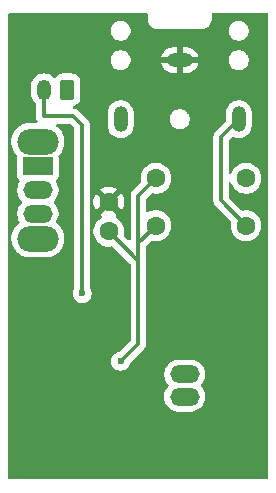
<source format=gbr>
%TF.GenerationSoftware,KiCad,Pcbnew,9.0.7*%
%TF.CreationDate,2026-01-16T10:40:53-07:00*%
%TF.ProjectId,keylink_revB,6b65796c-696e-46b5-9f72-6576422e6b69,rev?*%
%TF.SameCoordinates,Original*%
%TF.FileFunction,Copper,L2,Bot*%
%TF.FilePolarity,Positive*%
%FSLAX46Y46*%
G04 Gerber Fmt 4.6, Leading zero omitted, Abs format (unit mm)*
G04 Created by KiCad (PCBNEW 9.0.7) date 2026-01-16 10:40:53*
%MOMM*%
%LPD*%
G01*
G04 APERTURE LIST*
G04 Aperture macros list*
%AMRoundRect*
0 Rectangle with rounded corners*
0 $1 Rounding radius*
0 $2 $3 $4 $5 $6 $7 $8 $9 X,Y pos of 4 corners*
0 Add a 4 corners polygon primitive as box body*
4,1,4,$2,$3,$4,$5,$6,$7,$8,$9,$2,$3,0*
0 Add four circle primitives for the rounded corners*
1,1,$1+$1,$2,$3*
1,1,$1+$1,$4,$5*
1,1,$1+$1,$6,$7*
1,1,$1+$1,$8,$9*
0 Add four rect primitives between the rounded corners*
20,1,$1+$1,$2,$3,$4,$5,0*
20,1,$1+$1,$4,$5,$6,$7,0*
20,1,$1+$1,$6,$7,$8,$9,0*
20,1,$1+$1,$8,$9,$2,$3,0*%
G04 Aperture macros list end*
%TA.AperFunction,ComponentPad*%
%ADD10C,1.600000*%
%TD*%
%TA.AperFunction,ComponentPad*%
%ADD11O,3.500000X2.200000*%
%TD*%
%TA.AperFunction,ComponentPad*%
%ADD12R,2.500000X1.500000*%
%TD*%
%TA.AperFunction,ComponentPad*%
%ADD13O,2.500000X1.500000*%
%TD*%
%TA.AperFunction,ComponentPad*%
%ADD14O,1.200000X1.750000*%
%TD*%
%TA.AperFunction,ComponentPad*%
%ADD15RoundRect,0.250000X0.350000X0.625000X-0.350000X0.625000X-0.350000X-0.625000X0.350000X-0.625000X0*%
%TD*%
%TA.AperFunction,ComponentPad*%
%ADD16O,1.200000X2.200000*%
%TD*%
%TA.AperFunction,ComponentPad*%
%ADD17O,2.200000X1.200000*%
%TD*%
%TA.AperFunction,ViaPad*%
%ADD18C,0.600000*%
%TD*%
%TA.AperFunction,Conductor*%
%ADD19C,0.300000*%
%TD*%
G04 APERTURE END LIST*
D10*
%TO.P,R1,2*%
%TO.N,Net-(U1-VCC_3V3)*%
X100000000Y-36000000D03*
%TO.P,R1,1*%
%TO.N,Net-(U1-D5)*%
X107620000Y-36000000D03*
%TD*%
D11*
%TO.P,SW1,*%
%TO.N,*%
X90000000Y-32900000D03*
X90000000Y-41100000D03*
D12*
%TO.P,SW1,1,A*%
%TO.N,/VBAT*%
X90000000Y-35000000D03*
D13*
%TO.P,SW1,2,B*%
%TO.N,Net-(SW1-B)*%
X90000000Y-37000000D03*
%TO.P,SW1,3*%
%TO.N,N/C*%
X90000000Y-39000000D03*
%TD*%
D10*
%TO.P,R2,1*%
%TO.N,Net-(U1-D6)*%
X107620000Y-40000000D03*
%TO.P,R2,2*%
%TO.N,Net-(U1-VCC_3V3)*%
X100000000Y-40000000D03*
%TD*%
D14*
%TO.P,J1,2,Pin_2*%
%TO.N,Net-(J1-Pin_2)*%
X90500000Y-28500000D03*
D15*
%TO.P,J1,1,Pin_1*%
%TO.N,/VBAT*%
X92500000Y-28500000D03*
%TD*%
D10*
%TO.P,C1,2*%
%TO.N,GND*%
X96000000Y-38000000D03*
%TO.P,C1,1*%
%TO.N,Net-(U1-VCC_3V3)*%
X96000000Y-40500000D03*
%TD*%
D16*
%TO.P,J2,R*%
%TO.N,Net-(U1-D6)*%
X107000000Y-31000000D03*
D17*
%TO.P,J2,S*%
%TO.N,GND*%
X102000000Y-26000000D03*
D16*
%TO.P,J2,T*%
%TO.N,Net-(U1-D5)*%
X97000000Y-31000000D03*
%TD*%
D13*
%TO.P,U1,B-,Batt-*%
%TO.N,Net-(J1-Pin_2)*%
X102429000Y-54500000D03*
%TO.P,U1,B+,Batt+*%
%TO.N,Net-(SW1-B)*%
X102440000Y-52600000D03*
%TD*%
D18*
%TO.N,GND*%
X108750000Y-48500000D03*
X89000000Y-30750000D03*
X92500000Y-57250000D03*
X102500000Y-56500000D03*
X102000000Y-28750000D03*
%TO.N,Net-(U1-VCC_3V3)*%
X97000000Y-51500000D03*
%TO.N,Net-(J1-Pin_2)*%
X93750000Y-45750000D03*
%TD*%
D19*
%TO.N,Net-(U1-D6)*%
X107620000Y-40000000D02*
X105500000Y-37880000D01*
X105500000Y-37880000D02*
X105500000Y-32500000D01*
X105500000Y-32500000D02*
X107000000Y-31000000D01*
%TO.N,Net-(J1-Pin_2)*%
X93750000Y-45750000D02*
X93750000Y-31500000D01*
X93750000Y-31500000D02*
X93000000Y-30750000D01*
X93000000Y-30750000D02*
X90500000Y-30750000D01*
X90500000Y-30750000D02*
X90500000Y-28500000D01*
%TO.N,Net-(U1-VCC_3V3)*%
X98500000Y-41500000D02*
X98500000Y-37500000D01*
X98500000Y-41500000D02*
X100000000Y-40000000D01*
X98500000Y-43000000D02*
X98500000Y-41500000D01*
X98500000Y-37500000D02*
X100000000Y-36000000D01*
X98500000Y-50000000D02*
X98500000Y-43000000D01*
X98500000Y-43000000D02*
X96000000Y-40500000D01*
X97000000Y-51500000D02*
X98500000Y-50000000D01*
%TD*%
%TA.AperFunction,Conductor*%
%TO.N,GND*%
G36*
X99242539Y-22020185D02*
G01*
X99288294Y-22072989D01*
X99299500Y-22124500D01*
X99299500Y-22588695D01*
X99334103Y-22762658D01*
X99334106Y-22762667D01*
X99401983Y-22926540D01*
X99401990Y-22926553D01*
X99500535Y-23074034D01*
X99500538Y-23074038D01*
X99625961Y-23199461D01*
X99625965Y-23199464D01*
X99773446Y-23298009D01*
X99773459Y-23298016D01*
X99896363Y-23348923D01*
X99937334Y-23365894D01*
X99937336Y-23365894D01*
X99937341Y-23365896D01*
X100111304Y-23400499D01*
X100111307Y-23400500D01*
X100111309Y-23400500D01*
X103888693Y-23400500D01*
X103888694Y-23400499D01*
X103946682Y-23388964D01*
X104062658Y-23365896D01*
X104062661Y-23365894D01*
X104062666Y-23365894D01*
X104226547Y-23298013D01*
X104374035Y-23199464D01*
X104499464Y-23074035D01*
X104598013Y-22926547D01*
X104665894Y-22762666D01*
X104669151Y-22746295D01*
X104700499Y-22588695D01*
X104700500Y-22588693D01*
X104700500Y-22124500D01*
X104720185Y-22057461D01*
X104772989Y-22011706D01*
X104824500Y-22000500D01*
X108434108Y-22000500D01*
X109375500Y-22000500D01*
X109442539Y-22020185D01*
X109488294Y-22072989D01*
X109499500Y-22124500D01*
X109499500Y-61375500D01*
X109479815Y-61442539D01*
X109427011Y-61488294D01*
X109375500Y-61499500D01*
X87624500Y-61499500D01*
X87557461Y-61479815D01*
X87511706Y-61427011D01*
X87500500Y-61375500D01*
X87500500Y-54401577D01*
X100678500Y-54401577D01*
X100678500Y-54598422D01*
X100709290Y-54792826D01*
X100770117Y-54980029D01*
X100859476Y-55155405D01*
X100975172Y-55314646D01*
X101114354Y-55453828D01*
X101273595Y-55569524D01*
X101356455Y-55611743D01*
X101448970Y-55658882D01*
X101448972Y-55658882D01*
X101448975Y-55658884D01*
X101549317Y-55691487D01*
X101636173Y-55719709D01*
X101830578Y-55750500D01*
X101830583Y-55750500D01*
X103027422Y-55750500D01*
X103221826Y-55719709D01*
X103409025Y-55658884D01*
X103584405Y-55569524D01*
X103743646Y-55453828D01*
X103882828Y-55314646D01*
X103998524Y-55155405D01*
X104087884Y-54980025D01*
X104148709Y-54792826D01*
X104179500Y-54598422D01*
X104179500Y-54401577D01*
X104148709Y-54207173D01*
X104087882Y-54019970D01*
X103998523Y-53844594D01*
X103882828Y-53685354D01*
X103840655Y-53643181D01*
X103807170Y-53581858D01*
X103812154Y-53512166D01*
X103840655Y-53467819D01*
X103851656Y-53456818D01*
X103893828Y-53414646D01*
X104009524Y-53255405D01*
X104098884Y-53080025D01*
X104159709Y-52892826D01*
X104190500Y-52698422D01*
X104190500Y-52501577D01*
X104159709Y-52307173D01*
X104098882Y-52119970D01*
X104042998Y-52010292D01*
X104009524Y-51944595D01*
X103893828Y-51785354D01*
X103754646Y-51646172D01*
X103595405Y-51530476D01*
X103420029Y-51441117D01*
X103232826Y-51380290D01*
X103038422Y-51349500D01*
X103038417Y-51349500D01*
X101841583Y-51349500D01*
X101841578Y-51349500D01*
X101647173Y-51380290D01*
X101459970Y-51441117D01*
X101284594Y-51530476D01*
X101218025Y-51578842D01*
X101125354Y-51646172D01*
X101125352Y-51646174D01*
X101125351Y-51646174D01*
X100986174Y-51785351D01*
X100986174Y-51785352D01*
X100986172Y-51785354D01*
X100936485Y-51853741D01*
X100870476Y-51944594D01*
X100781117Y-52119970D01*
X100720290Y-52307173D01*
X100689500Y-52501577D01*
X100689500Y-52698422D01*
X100720290Y-52892826D01*
X100781117Y-53080029D01*
X100870476Y-53255405D01*
X100986172Y-53414646D01*
X100986174Y-53414648D01*
X101028344Y-53456818D01*
X101061829Y-53518141D01*
X101056845Y-53587833D01*
X101028346Y-53632179D01*
X100975172Y-53685354D01*
X100859476Y-53844594D01*
X100770117Y-54019970D01*
X100709290Y-54207173D01*
X100678500Y-54401577D01*
X87500500Y-54401577D01*
X87500500Y-32774038D01*
X87749500Y-32774038D01*
X87749500Y-33025961D01*
X87788910Y-33274785D01*
X87866760Y-33514383D01*
X87981132Y-33738848D01*
X88129201Y-33942649D01*
X88129205Y-33942654D01*
X88221061Y-34034510D01*
X88254546Y-34095833D01*
X88256669Y-34135446D01*
X88249501Y-34202116D01*
X88249500Y-34202135D01*
X88249500Y-35797870D01*
X88249501Y-35797876D01*
X88255908Y-35857483D01*
X88306202Y-35992328D01*
X88306206Y-35992335D01*
X88392451Y-36107543D01*
X88392452Y-36107544D01*
X88392454Y-36107546D01*
X88430777Y-36136234D01*
X88472647Y-36192167D01*
X88477631Y-36261859D01*
X88456784Y-36308385D01*
X88430475Y-36344595D01*
X88341117Y-36519970D01*
X88280290Y-36707173D01*
X88249500Y-36901577D01*
X88249500Y-37098422D01*
X88280290Y-37292826D01*
X88341117Y-37480029D01*
X88381453Y-37559192D01*
X88430476Y-37655405D01*
X88546172Y-37814646D01*
X88546174Y-37814648D01*
X88643845Y-37912319D01*
X88677330Y-37973642D01*
X88672346Y-38043334D01*
X88643845Y-38087681D01*
X88546174Y-38185351D01*
X88546174Y-38185352D01*
X88546172Y-38185354D01*
X88502396Y-38245606D01*
X88430476Y-38344594D01*
X88341117Y-38519970D01*
X88280290Y-38707173D01*
X88249500Y-38901577D01*
X88249500Y-39098422D01*
X88280290Y-39292826D01*
X88341117Y-39480029D01*
X88432352Y-39659087D01*
X88445248Y-39727757D01*
X88418971Y-39792497D01*
X88394753Y-39815699D01*
X88307350Y-39879202D01*
X88307341Y-39879209D01*
X88129205Y-40057345D01*
X88129201Y-40057350D01*
X87981132Y-40261151D01*
X87866760Y-40485616D01*
X87803078Y-40681610D01*
X87788910Y-40725215D01*
X87749500Y-40974038D01*
X87749500Y-41225962D01*
X87768705Y-41347219D01*
X87788910Y-41474785D01*
X87866760Y-41714383D01*
X87981132Y-41938848D01*
X88129201Y-42142649D01*
X88129205Y-42142654D01*
X88307345Y-42320794D01*
X88307350Y-42320798D01*
X88485117Y-42449952D01*
X88511155Y-42468870D01*
X88654184Y-42541747D01*
X88735616Y-42583239D01*
X88735618Y-42583239D01*
X88735621Y-42583241D01*
X88975215Y-42661090D01*
X89224038Y-42700500D01*
X89224039Y-42700500D01*
X90775961Y-42700500D01*
X90775962Y-42700500D01*
X91024785Y-42661090D01*
X91264379Y-42583241D01*
X91488845Y-42468870D01*
X91692656Y-42320793D01*
X91870793Y-42142656D01*
X92018870Y-41938845D01*
X92133241Y-41714379D01*
X92211090Y-41474785D01*
X92250500Y-41225962D01*
X92250500Y-40974038D01*
X92211090Y-40725215D01*
X92133241Y-40485621D01*
X92133239Y-40485618D01*
X92133239Y-40485616D01*
X92088417Y-40397648D01*
X92018870Y-40261155D01*
X91971144Y-40195465D01*
X91870798Y-40057350D01*
X91870794Y-40057345D01*
X91692658Y-39879209D01*
X91692656Y-39879207D01*
X91605245Y-39815699D01*
X91562581Y-39760370D01*
X91556602Y-39690756D01*
X91567647Y-39659087D01*
X91569520Y-39655409D01*
X91569524Y-39655405D01*
X91658884Y-39480025D01*
X91719709Y-39292826D01*
X91727378Y-39244407D01*
X91750500Y-39098422D01*
X91750500Y-38901577D01*
X91719709Y-38707173D01*
X91658882Y-38519970D01*
X91569523Y-38344594D01*
X91453828Y-38185354D01*
X91356155Y-38087681D01*
X91322670Y-38026358D01*
X91327654Y-37956666D01*
X91356155Y-37912319D01*
X91370792Y-37897682D01*
X91453828Y-37814646D01*
X91569524Y-37655405D01*
X91658884Y-37480025D01*
X91719709Y-37292826D01*
X91722953Y-37272345D01*
X91750500Y-37098422D01*
X91750500Y-36901577D01*
X91719709Y-36707173D01*
X91658882Y-36519970D01*
X91575314Y-36355959D01*
X91569524Y-36344595D01*
X91569522Y-36344592D01*
X91569521Y-36344590D01*
X91543217Y-36308386D01*
X91519736Y-36242580D01*
X91535561Y-36174526D01*
X91569219Y-36136237D01*
X91607546Y-36107546D01*
X91693796Y-35992331D01*
X91744091Y-35857483D01*
X91750500Y-35797873D01*
X91750499Y-34202128D01*
X91744091Y-34142517D01*
X91744089Y-34142514D01*
X91743330Y-34135445D01*
X91755736Y-34066685D01*
X91778938Y-34034510D01*
X91870793Y-33942656D01*
X92018870Y-33738845D01*
X92133241Y-33514379D01*
X92211090Y-33274785D01*
X92250500Y-33025962D01*
X92250500Y-32774038D01*
X92211090Y-32525215D01*
X92133241Y-32285621D01*
X92133239Y-32285618D01*
X92133239Y-32285616D01*
X92051656Y-32125502D01*
X92018870Y-32061155D01*
X91918092Y-31922445D01*
X91870798Y-31857350D01*
X91870794Y-31857345D01*
X91692654Y-31679205D01*
X91692649Y-31679201D01*
X91617797Y-31624818D01*
X91575131Y-31569488D01*
X91569152Y-31499875D01*
X91601757Y-31438080D01*
X91662596Y-31403723D01*
X91690682Y-31400500D01*
X92679192Y-31400500D01*
X92746231Y-31420185D01*
X92766873Y-31436819D01*
X93063181Y-31733126D01*
X93096666Y-31794449D01*
X93099500Y-31820807D01*
X93099500Y-45245064D01*
X93079815Y-45312103D01*
X93078603Y-45313954D01*
X93040608Y-45370817D01*
X93040602Y-45370828D01*
X92980264Y-45516498D01*
X92980261Y-45516510D01*
X92949500Y-45671153D01*
X92949500Y-45828846D01*
X92980261Y-45983489D01*
X92980264Y-45983501D01*
X93040602Y-46129172D01*
X93040609Y-46129185D01*
X93128210Y-46260288D01*
X93128213Y-46260292D01*
X93239707Y-46371786D01*
X93239711Y-46371789D01*
X93370814Y-46459390D01*
X93370827Y-46459397D01*
X93516498Y-46519735D01*
X93516503Y-46519737D01*
X93671153Y-46550499D01*
X93671156Y-46550500D01*
X93671158Y-46550500D01*
X93828844Y-46550500D01*
X93828845Y-46550499D01*
X93983497Y-46519737D01*
X94129179Y-46459394D01*
X94260289Y-46371789D01*
X94371789Y-46260289D01*
X94459394Y-46129179D01*
X94519737Y-45983497D01*
X94550500Y-45828842D01*
X94550500Y-45671158D01*
X94550500Y-45671155D01*
X94550499Y-45671153D01*
X94519738Y-45516510D01*
X94519737Y-45516503D01*
X94459394Y-45370821D01*
X94421396Y-45313953D01*
X94400520Y-45247276D01*
X94400500Y-45245064D01*
X94400500Y-40397648D01*
X94699500Y-40397648D01*
X94699500Y-40602351D01*
X94731522Y-40804534D01*
X94794781Y-40999223D01*
X94887715Y-41181613D01*
X95008028Y-41347213D01*
X95152786Y-41491971D01*
X95307749Y-41604556D01*
X95318390Y-41612287D01*
X95434607Y-41671503D01*
X95500776Y-41705218D01*
X95500778Y-41705218D01*
X95500781Y-41705220D01*
X95586667Y-41733126D01*
X95695465Y-41768477D01*
X95796557Y-41784488D01*
X95897648Y-41800500D01*
X95897649Y-41800500D01*
X96102351Y-41800500D01*
X96102352Y-41800500D01*
X96280112Y-41772345D01*
X96349405Y-41781299D01*
X96387191Y-41807137D01*
X97813181Y-43233127D01*
X97846666Y-43294450D01*
X97849500Y-43320808D01*
X97849500Y-49679191D01*
X97829815Y-49746230D01*
X97813181Y-49766872D01*
X96897068Y-50682984D01*
X96835745Y-50716469D01*
X96833579Y-50716920D01*
X96766508Y-50730261D01*
X96766498Y-50730264D01*
X96620827Y-50790602D01*
X96620814Y-50790609D01*
X96489711Y-50878210D01*
X96489707Y-50878213D01*
X96378213Y-50989707D01*
X96378210Y-50989711D01*
X96290609Y-51120814D01*
X96290602Y-51120827D01*
X96230264Y-51266498D01*
X96230261Y-51266510D01*
X96199500Y-51421153D01*
X96199500Y-51578846D01*
X96230261Y-51733489D01*
X96230264Y-51733501D01*
X96290602Y-51879172D01*
X96290609Y-51879185D01*
X96378210Y-52010288D01*
X96378213Y-52010292D01*
X96489707Y-52121786D01*
X96489711Y-52121789D01*
X96620814Y-52209390D01*
X96620827Y-52209397D01*
X96766498Y-52269735D01*
X96766503Y-52269737D01*
X96921153Y-52300499D01*
X96921156Y-52300500D01*
X96921158Y-52300500D01*
X97078844Y-52300500D01*
X97078845Y-52300499D01*
X97233497Y-52269737D01*
X97379179Y-52209394D01*
X97510289Y-52121789D01*
X97621789Y-52010289D01*
X97709394Y-51879179D01*
X97769737Y-51733497D01*
X97783079Y-51666416D01*
X97815463Y-51604509D01*
X97816958Y-51602986D01*
X99005276Y-50414670D01*
X99076465Y-50308127D01*
X99125501Y-50189744D01*
X99150500Y-50064069D01*
X99150500Y-42935931D01*
X99150500Y-41820807D01*
X99170185Y-41753768D01*
X99186815Y-41733130D01*
X99612808Y-41307136D01*
X99674131Y-41273652D01*
X99719887Y-41272345D01*
X99897648Y-41300500D01*
X99897649Y-41300500D01*
X100102351Y-41300500D01*
X100102352Y-41300500D01*
X100304534Y-41268477D01*
X100499219Y-41205220D01*
X100681610Y-41112287D01*
X100837231Y-40999223D01*
X100847213Y-40991971D01*
X100847215Y-40991968D01*
X100847219Y-40991966D01*
X100991966Y-40847219D01*
X100991968Y-40847215D01*
X100991971Y-40847213D01*
X101080607Y-40725214D01*
X101112287Y-40681610D01*
X101205220Y-40499219D01*
X101268477Y-40304534D01*
X101300500Y-40102352D01*
X101300500Y-39897648D01*
X101287520Y-39815699D01*
X101268477Y-39695465D01*
X101239127Y-39605137D01*
X101205220Y-39500781D01*
X101205218Y-39500778D01*
X101205218Y-39500776D01*
X101147609Y-39387714D01*
X101112287Y-39318390D01*
X101104556Y-39307749D01*
X100991971Y-39152786D01*
X100847213Y-39008028D01*
X100681613Y-38887715D01*
X100681612Y-38887714D01*
X100681610Y-38887713D01*
X100624653Y-38858691D01*
X100499223Y-38794781D01*
X100304534Y-38731522D01*
X100129995Y-38703878D01*
X100102352Y-38699500D01*
X99897648Y-38699500D01*
X99873329Y-38703351D01*
X99695465Y-38731522D01*
X99500776Y-38794781D01*
X99330795Y-38881392D01*
X99262126Y-38894288D01*
X99197385Y-38868012D01*
X99157128Y-38810905D01*
X99150500Y-38770907D01*
X99150500Y-37820807D01*
X99170185Y-37753768D01*
X99186815Y-37733130D01*
X99612808Y-37307136D01*
X99674131Y-37273652D01*
X99719887Y-37272345D01*
X99897648Y-37300500D01*
X99897649Y-37300500D01*
X100102351Y-37300500D01*
X100102352Y-37300500D01*
X100304534Y-37268477D01*
X100499219Y-37205220D01*
X100681610Y-37112287D01*
X100774590Y-37044732D01*
X100847213Y-36991971D01*
X100847215Y-36991968D01*
X100847219Y-36991966D01*
X100991966Y-36847219D01*
X100991968Y-36847215D01*
X100991971Y-36847213D01*
X101075670Y-36732009D01*
X101112287Y-36681610D01*
X101205220Y-36499219D01*
X101268477Y-36304534D01*
X101300500Y-36102352D01*
X101300500Y-35897648D01*
X101284697Y-35797872D01*
X101268477Y-35695465D01*
X101227569Y-35569565D01*
X101205220Y-35500781D01*
X101205218Y-35500778D01*
X101205218Y-35500776D01*
X101171503Y-35434607D01*
X101112287Y-35318390D01*
X101104556Y-35307749D01*
X100991971Y-35152786D01*
X100847213Y-35008028D01*
X100681613Y-34887715D01*
X100681612Y-34887714D01*
X100681610Y-34887713D01*
X100624653Y-34858691D01*
X100499223Y-34794781D01*
X100304534Y-34731522D01*
X100129995Y-34703878D01*
X100102352Y-34699500D01*
X99897648Y-34699500D01*
X99873329Y-34703351D01*
X99695465Y-34731522D01*
X99500776Y-34794781D01*
X99318386Y-34887715D01*
X99152786Y-35008028D01*
X99008028Y-35152786D01*
X98887715Y-35318386D01*
X98794781Y-35500776D01*
X98731522Y-35695465D01*
X98699500Y-35897648D01*
X98699500Y-36102351D01*
X98727654Y-36280111D01*
X98718699Y-36349405D01*
X98692862Y-36387190D01*
X97994726Y-37085326D01*
X97923534Y-37191874D01*
X97874499Y-37310255D01*
X97874497Y-37310261D01*
X97849500Y-37435928D01*
X97849500Y-41130192D01*
X97829815Y-41197231D01*
X97777011Y-41242986D01*
X97707853Y-41252930D01*
X97644297Y-41223905D01*
X97637819Y-41217873D01*
X97307137Y-40887191D01*
X97273652Y-40825868D01*
X97272345Y-40780112D01*
X97287946Y-40681613D01*
X97300500Y-40602352D01*
X97300500Y-40397648D01*
X97268477Y-40195466D01*
X97205220Y-40000781D01*
X97205218Y-40000778D01*
X97205218Y-40000776D01*
X97152671Y-39897648D01*
X97112287Y-39818390D01*
X97093475Y-39792497D01*
X96991971Y-39652786D01*
X96847213Y-39508028D01*
X96681611Y-39387713D01*
X96627621Y-39360203D01*
X96576825Y-39312228D01*
X96560031Y-39244407D01*
X96582569Y-39178272D01*
X96627624Y-39139233D01*
X96681349Y-39111859D01*
X96725921Y-39079474D01*
X96046447Y-38400000D01*
X96052661Y-38400000D01*
X96154394Y-38372741D01*
X96245606Y-38320080D01*
X96320080Y-38245606D01*
X96372741Y-38154394D01*
X96400000Y-38052661D01*
X96400000Y-38046447D01*
X97079474Y-38725921D01*
X97111859Y-38681349D01*
X97204755Y-38499031D01*
X97267990Y-38304417D01*
X97300000Y-38102317D01*
X97300000Y-37897682D01*
X97267990Y-37695582D01*
X97204755Y-37500968D01*
X97111859Y-37318650D01*
X97079474Y-37274077D01*
X97079474Y-37274076D01*
X96400000Y-37953551D01*
X96400000Y-37947339D01*
X96372741Y-37845606D01*
X96320080Y-37754394D01*
X96245606Y-37679920D01*
X96154394Y-37627259D01*
X96052661Y-37600000D01*
X96046446Y-37600000D01*
X96725922Y-36920524D01*
X96725921Y-36920523D01*
X96681359Y-36888147D01*
X96681350Y-36888141D01*
X96499031Y-36795244D01*
X96304417Y-36732009D01*
X96102317Y-36700000D01*
X95897683Y-36700000D01*
X95695582Y-36732009D01*
X95500968Y-36795244D01*
X95318644Y-36888143D01*
X95274077Y-36920523D01*
X95274077Y-36920524D01*
X95953554Y-37600000D01*
X95947339Y-37600000D01*
X95845606Y-37627259D01*
X95754394Y-37679920D01*
X95679920Y-37754394D01*
X95627259Y-37845606D01*
X95600000Y-37947339D01*
X95600000Y-37953553D01*
X94920524Y-37274077D01*
X94920523Y-37274077D01*
X94888143Y-37318644D01*
X94795244Y-37500968D01*
X94732009Y-37695582D01*
X94700000Y-37897682D01*
X94700000Y-38102317D01*
X94732009Y-38304417D01*
X94795244Y-38499031D01*
X94888141Y-38681350D01*
X94888147Y-38681359D01*
X94920523Y-38725921D01*
X94920524Y-38725922D01*
X95600000Y-38046446D01*
X95600000Y-38052661D01*
X95627259Y-38154394D01*
X95679920Y-38245606D01*
X95754394Y-38320080D01*
X95845606Y-38372741D01*
X95947339Y-38400000D01*
X95953553Y-38400000D01*
X95274076Y-39079474D01*
X95318652Y-39111861D01*
X95372376Y-39139234D01*
X95423172Y-39187208D01*
X95439968Y-39255028D01*
X95417431Y-39321164D01*
X95372379Y-39360203D01*
X95318386Y-39387714D01*
X95152786Y-39508028D01*
X95008028Y-39652786D01*
X94887715Y-39818386D01*
X94794781Y-40000776D01*
X94731522Y-40195465D01*
X94699500Y-40397648D01*
X94400500Y-40397648D01*
X94400500Y-31435928D01*
X94375502Y-31310261D01*
X94375501Y-31310260D01*
X94375501Y-31310256D01*
X94326465Y-31191873D01*
X94326464Y-31191872D01*
X94326461Y-31191866D01*
X94255277Y-31085332D01*
X94228069Y-31058124D01*
X94164669Y-30994724D01*
X93583335Y-30413389D01*
X95899500Y-30413389D01*
X95899500Y-31586610D01*
X95925964Y-31753703D01*
X95926598Y-31757701D01*
X95980127Y-31922445D01*
X96058768Y-32076788D01*
X96160586Y-32216928D01*
X96283072Y-32339414D01*
X96423212Y-32441232D01*
X96577555Y-32519873D01*
X96742299Y-32573402D01*
X96913389Y-32600500D01*
X96913390Y-32600500D01*
X97086610Y-32600500D01*
X97086611Y-32600500D01*
X97257701Y-32573402D01*
X97422445Y-32519873D01*
X97576788Y-32441232D01*
X97584088Y-32435928D01*
X104849500Y-32435928D01*
X104849500Y-37944071D01*
X104865869Y-38026358D01*
X104869810Y-38046172D01*
X104871101Y-38052661D01*
X104874499Y-38069743D01*
X104923534Y-38188125D01*
X104994726Y-38294673D01*
X104994727Y-38294674D01*
X106312862Y-39612808D01*
X106346347Y-39674131D01*
X106347654Y-39719886D01*
X106319500Y-39897647D01*
X106319500Y-40102351D01*
X106351522Y-40304534D01*
X106414781Y-40499223D01*
X106507715Y-40681613D01*
X106628028Y-40847213D01*
X106772786Y-40991971D01*
X106927749Y-41104556D01*
X106938390Y-41112287D01*
X107054607Y-41171503D01*
X107120776Y-41205218D01*
X107120778Y-41205218D01*
X107120781Y-41205220D01*
X107225137Y-41239127D01*
X107315465Y-41268477D01*
X107416557Y-41284488D01*
X107517648Y-41300500D01*
X107517649Y-41300500D01*
X107722351Y-41300500D01*
X107722352Y-41300500D01*
X107924534Y-41268477D01*
X108119219Y-41205220D01*
X108301610Y-41112287D01*
X108457231Y-40999223D01*
X108467213Y-40991971D01*
X108467215Y-40991968D01*
X108467219Y-40991966D01*
X108611966Y-40847219D01*
X108611968Y-40847215D01*
X108611971Y-40847213D01*
X108700607Y-40725214D01*
X108732287Y-40681610D01*
X108825220Y-40499219D01*
X108888477Y-40304534D01*
X108920500Y-40102352D01*
X108920500Y-39897648D01*
X108907520Y-39815699D01*
X108888477Y-39695465D01*
X108859127Y-39605137D01*
X108825220Y-39500781D01*
X108825218Y-39500778D01*
X108825218Y-39500776D01*
X108767609Y-39387714D01*
X108732287Y-39318390D01*
X108724556Y-39307749D01*
X108611971Y-39152786D01*
X108467213Y-39008028D01*
X108301613Y-38887715D01*
X108301612Y-38887714D01*
X108301610Y-38887713D01*
X108244653Y-38858691D01*
X108119223Y-38794781D01*
X107924534Y-38731522D01*
X107749995Y-38703878D01*
X107722352Y-38699500D01*
X107517648Y-38699500D01*
X107339886Y-38727654D01*
X107270593Y-38718699D01*
X107232808Y-38692862D01*
X106186819Y-37646873D01*
X106153334Y-37585550D01*
X106150500Y-37559192D01*
X106150500Y-36468753D01*
X106170185Y-36401714D01*
X106222989Y-36355959D01*
X106292147Y-36346015D01*
X106355703Y-36375040D01*
X106392431Y-36430435D01*
X106414781Y-36499221D01*
X106507715Y-36681613D01*
X106628028Y-36847213D01*
X106772786Y-36991971D01*
X106901281Y-37085326D01*
X106938390Y-37112287D01*
X107054607Y-37171503D01*
X107120776Y-37205218D01*
X107120778Y-37205218D01*
X107120781Y-37205220D01*
X107225137Y-37239127D01*
X107315465Y-37268477D01*
X107350822Y-37274077D01*
X107517648Y-37300500D01*
X107517649Y-37300500D01*
X107722351Y-37300500D01*
X107722352Y-37300500D01*
X107924534Y-37268477D01*
X108119219Y-37205220D01*
X108301610Y-37112287D01*
X108394590Y-37044732D01*
X108467213Y-36991971D01*
X108467215Y-36991968D01*
X108467219Y-36991966D01*
X108611966Y-36847219D01*
X108611968Y-36847215D01*
X108611971Y-36847213D01*
X108695670Y-36732009D01*
X108732287Y-36681610D01*
X108825220Y-36499219D01*
X108888477Y-36304534D01*
X108920500Y-36102352D01*
X108920500Y-35897648D01*
X108904697Y-35797872D01*
X108888477Y-35695465D01*
X108847569Y-35569565D01*
X108825220Y-35500781D01*
X108825218Y-35500778D01*
X108825218Y-35500776D01*
X108791503Y-35434607D01*
X108732287Y-35318390D01*
X108724556Y-35307749D01*
X108611971Y-35152786D01*
X108467213Y-35008028D01*
X108301613Y-34887715D01*
X108301612Y-34887714D01*
X108301610Y-34887713D01*
X108244653Y-34858691D01*
X108119223Y-34794781D01*
X107924534Y-34731522D01*
X107749995Y-34703878D01*
X107722352Y-34699500D01*
X107517648Y-34699500D01*
X107493329Y-34703351D01*
X107315465Y-34731522D01*
X107120776Y-34794781D01*
X106938386Y-34887715D01*
X106772786Y-35008028D01*
X106628028Y-35152786D01*
X106507715Y-35318386D01*
X106414781Y-35500776D01*
X106392431Y-35569565D01*
X106352993Y-35627240D01*
X106288634Y-35654438D01*
X106219788Y-35642523D01*
X106168312Y-35595279D01*
X106150500Y-35531246D01*
X106150500Y-32820807D01*
X106170185Y-32753768D01*
X106186815Y-32733130D01*
X106396277Y-32523667D01*
X106457598Y-32490184D01*
X106527289Y-32495168D01*
X106540251Y-32500866D01*
X106577542Y-32519867D01*
X106577547Y-32519869D01*
X106577555Y-32519873D01*
X106742299Y-32573402D01*
X106913389Y-32600500D01*
X106913390Y-32600500D01*
X107086610Y-32600500D01*
X107086611Y-32600500D01*
X107257701Y-32573402D01*
X107422445Y-32519873D01*
X107576788Y-32441232D01*
X107716928Y-32339414D01*
X107839414Y-32216928D01*
X107941232Y-32076788D01*
X108019873Y-31922445D01*
X108073402Y-31757701D01*
X108100500Y-31586611D01*
X108100500Y-30413389D01*
X108073402Y-30242299D01*
X108019873Y-30077555D01*
X107941232Y-29923212D01*
X107839414Y-29783072D01*
X107716928Y-29660586D01*
X107576788Y-29558768D01*
X107506498Y-29522954D01*
X107422447Y-29480128D01*
X107422446Y-29480127D01*
X107422445Y-29480127D01*
X107257701Y-29426598D01*
X107257699Y-29426597D01*
X107257698Y-29426597D01*
X107126271Y-29405781D01*
X107086611Y-29399500D01*
X106913389Y-29399500D01*
X106873728Y-29405781D01*
X106742302Y-29426597D01*
X106742299Y-29426598D01*
X106579713Y-29479426D01*
X106577552Y-29480128D01*
X106423211Y-29558768D01*
X106346625Y-29614412D01*
X106283072Y-29660586D01*
X106283070Y-29660588D01*
X106283069Y-29660588D01*
X106160588Y-29783069D01*
X106160588Y-29783070D01*
X106160586Y-29783072D01*
X106141158Y-29809812D01*
X106058768Y-29923211D01*
X105980128Y-30077552D01*
X105980127Y-30077554D01*
X105980127Y-30077555D01*
X105964874Y-30124499D01*
X105926597Y-30242302D01*
X105899500Y-30413389D01*
X105899500Y-31129192D01*
X105879815Y-31196231D01*
X105863181Y-31216873D01*
X104994722Y-32085331D01*
X104994717Y-32085337D01*
X104967885Y-32125498D01*
X104967883Y-32125501D01*
X104950119Y-32152086D01*
X104923534Y-32191873D01*
X104874499Y-32310255D01*
X104874497Y-32310261D01*
X104849500Y-32435928D01*
X97584088Y-32435928D01*
X97716928Y-32339414D01*
X97839414Y-32216928D01*
X97941232Y-32076788D01*
X98019873Y-31922445D01*
X98073402Y-31757701D01*
X98100500Y-31586611D01*
X98100500Y-30916228D01*
X101149500Y-30916228D01*
X101149500Y-31083771D01*
X101182182Y-31248074D01*
X101182184Y-31248082D01*
X101246295Y-31402860D01*
X101339373Y-31542162D01*
X101457837Y-31660626D01*
X101485637Y-31679201D01*
X101597137Y-31753703D01*
X101751918Y-31817816D01*
X101916228Y-31850499D01*
X101916232Y-31850500D01*
X101916233Y-31850500D01*
X102083768Y-31850500D01*
X102083769Y-31850499D01*
X102248082Y-31817816D01*
X102402863Y-31753703D01*
X102542162Y-31660626D01*
X102660626Y-31542162D01*
X102753703Y-31402863D01*
X102817816Y-31248082D01*
X102850500Y-31083767D01*
X102850500Y-30916233D01*
X102817816Y-30751918D01*
X102753703Y-30597137D01*
X102722537Y-30550494D01*
X102660626Y-30457837D01*
X102542162Y-30339373D01*
X102402860Y-30246295D01*
X102248082Y-30182184D01*
X102248074Y-30182182D01*
X102083771Y-30149500D01*
X102083767Y-30149500D01*
X101916233Y-30149500D01*
X101916228Y-30149500D01*
X101751925Y-30182182D01*
X101751917Y-30182184D01*
X101597139Y-30246295D01*
X101457837Y-30339373D01*
X101339373Y-30457837D01*
X101246295Y-30597139D01*
X101182184Y-30751917D01*
X101182182Y-30751925D01*
X101149500Y-30916228D01*
X98100500Y-30916228D01*
X98100500Y-30413389D01*
X98073402Y-30242299D01*
X98019873Y-30077555D01*
X97941232Y-29923212D01*
X97839414Y-29783072D01*
X97716928Y-29660586D01*
X97576788Y-29558768D01*
X97506498Y-29522954D01*
X97422447Y-29480128D01*
X97422446Y-29480127D01*
X97422445Y-29480127D01*
X97257701Y-29426598D01*
X97257699Y-29426597D01*
X97257698Y-29426597D01*
X97126271Y-29405781D01*
X97086611Y-29399500D01*
X96913389Y-29399500D01*
X96873728Y-29405781D01*
X96742302Y-29426597D01*
X96742299Y-29426598D01*
X96579713Y-29479426D01*
X96577552Y-29480128D01*
X96423211Y-29558768D01*
X96346625Y-29614412D01*
X96283072Y-29660586D01*
X96283070Y-29660588D01*
X96283069Y-29660588D01*
X96160588Y-29783069D01*
X96160588Y-29783070D01*
X96160586Y-29783072D01*
X96141158Y-29809812D01*
X96058768Y-29923211D01*
X95980128Y-30077552D01*
X95980127Y-30077554D01*
X95980127Y-30077555D01*
X95964874Y-30124499D01*
X95926597Y-30242302D01*
X95899500Y-30413389D01*
X93583335Y-30413389D01*
X93414674Y-30244727D01*
X93414673Y-30244726D01*
X93414669Y-30244723D01*
X93308127Y-30173535D01*
X93189744Y-30124499D01*
X93189738Y-30124497D01*
X93064071Y-30099500D01*
X93064069Y-30099500D01*
X93063545Y-30099500D01*
X93063279Y-30099421D01*
X93058009Y-30098903D01*
X93058107Y-30097903D01*
X92996506Y-30079815D01*
X92950751Y-30027011D01*
X92940807Y-29957853D01*
X92969832Y-29894297D01*
X93024541Y-29857794D01*
X93054698Y-29847800D01*
X93169334Y-29809814D01*
X93318656Y-29717712D01*
X93442712Y-29593656D01*
X93534814Y-29444334D01*
X93589999Y-29277797D01*
X93600500Y-29175009D01*
X93600499Y-27824992D01*
X93589999Y-27722203D01*
X93534814Y-27555666D01*
X93442712Y-27406344D01*
X93318656Y-27282288D01*
X93193559Y-27205128D01*
X93169336Y-27190187D01*
X93169331Y-27190185D01*
X93167862Y-27189698D01*
X93002797Y-27135001D01*
X93002795Y-27135000D01*
X92900010Y-27124500D01*
X92099998Y-27124500D01*
X92099980Y-27124501D01*
X91997203Y-27135000D01*
X91997200Y-27135001D01*
X91830668Y-27190185D01*
X91830663Y-27190187D01*
X91681342Y-27282289D01*
X91557287Y-27406344D01*
X91517688Y-27470544D01*
X91465739Y-27517268D01*
X91396777Y-27528489D01*
X91332695Y-27500645D01*
X91324469Y-27493127D01*
X91216930Y-27385588D01*
X91216928Y-27385586D01*
X91076788Y-27283768D01*
X90922445Y-27205127D01*
X90757701Y-27151598D01*
X90757699Y-27151597D01*
X90757698Y-27151597D01*
X90626271Y-27130781D01*
X90586611Y-27124500D01*
X90413389Y-27124500D01*
X90373728Y-27130781D01*
X90242302Y-27151597D01*
X90077552Y-27205128D01*
X89923211Y-27283768D01*
X89843256Y-27341859D01*
X89783072Y-27385586D01*
X89783070Y-27385588D01*
X89783069Y-27385588D01*
X89660588Y-27508069D01*
X89660588Y-27508070D01*
X89660586Y-27508072D01*
X89653905Y-27517268D01*
X89558768Y-27648211D01*
X89480128Y-27802552D01*
X89426597Y-27967302D01*
X89399500Y-28138389D01*
X89399500Y-28861611D01*
X89426598Y-29032701D01*
X89480127Y-29197445D01*
X89558768Y-29351788D01*
X89660586Y-29491928D01*
X89660588Y-29491930D01*
X89783070Y-29614412D01*
X89783076Y-29614417D01*
X89798382Y-29625537D01*
X89841050Y-29680866D01*
X89849500Y-29725857D01*
X89849500Y-30814069D01*
X89849500Y-30814071D01*
X89849499Y-30814071D01*
X89874497Y-30939738D01*
X89874499Y-30939744D01*
X89923533Y-31058124D01*
X89923538Y-31058133D01*
X89955929Y-31106609D01*
X89976807Y-31173287D01*
X89958322Y-31240667D01*
X89906344Y-31287357D01*
X89852827Y-31299500D01*
X89224038Y-31299500D01*
X89099626Y-31319205D01*
X88975214Y-31338910D01*
X88735616Y-31416760D01*
X88511151Y-31531132D01*
X88307350Y-31679201D01*
X88307345Y-31679205D01*
X88129205Y-31857345D01*
X88129201Y-31857350D01*
X87981132Y-32061151D01*
X87866760Y-32285616D01*
X87788910Y-32525214D01*
X87749500Y-32774038D01*
X87500500Y-32774038D01*
X87500500Y-25916228D01*
X96149500Y-25916228D01*
X96149500Y-26083771D01*
X96182182Y-26248074D01*
X96182184Y-26248082D01*
X96246295Y-26402860D01*
X96339373Y-26542162D01*
X96457837Y-26660626D01*
X96541612Y-26716602D01*
X96597137Y-26753703D01*
X96751918Y-26817816D01*
X96916228Y-26850499D01*
X96916232Y-26850500D01*
X96916233Y-26850500D01*
X97083768Y-26850500D01*
X97083769Y-26850499D01*
X97248082Y-26817816D01*
X97402863Y-26753703D01*
X97542162Y-26660626D01*
X97660626Y-26542162D01*
X97753703Y-26402863D01*
X97817022Y-26250000D01*
X100425885Y-26250000D01*
X100427085Y-26257584D01*
X100480591Y-26422255D01*
X100559195Y-26576524D01*
X100660967Y-26716602D01*
X100783397Y-26839032D01*
X100923475Y-26940804D01*
X101077742Y-27019408D01*
X101242415Y-27072914D01*
X101413429Y-27100000D01*
X101750000Y-27100000D01*
X102250000Y-27100000D01*
X102586571Y-27100000D01*
X102757584Y-27072914D01*
X102922257Y-27019408D01*
X103076524Y-26940804D01*
X103216602Y-26839032D01*
X103339032Y-26716602D01*
X103440804Y-26576524D01*
X103519408Y-26422255D01*
X103572914Y-26257584D01*
X103574115Y-26250000D01*
X102250000Y-26250000D01*
X102250000Y-27100000D01*
X101750000Y-27100000D01*
X101750000Y-26250000D01*
X100425885Y-26250000D01*
X97817022Y-26250000D01*
X97817816Y-26248082D01*
X97850500Y-26083767D01*
X97850500Y-25960218D01*
X101300000Y-25960218D01*
X101300000Y-26039782D01*
X101330448Y-26113291D01*
X101386709Y-26169552D01*
X101460218Y-26200000D01*
X102539782Y-26200000D01*
X102613291Y-26169552D01*
X102669552Y-26113291D01*
X102700000Y-26039782D01*
X102700000Y-25960218D01*
X102681779Y-25916228D01*
X106149500Y-25916228D01*
X106149500Y-26083771D01*
X106182182Y-26248074D01*
X106182184Y-26248082D01*
X106246295Y-26402860D01*
X106339373Y-26542162D01*
X106457837Y-26660626D01*
X106541612Y-26716602D01*
X106597137Y-26753703D01*
X106751918Y-26817816D01*
X106916228Y-26850499D01*
X106916232Y-26850500D01*
X106916233Y-26850500D01*
X107083768Y-26850500D01*
X107083769Y-26850499D01*
X107248082Y-26817816D01*
X107402863Y-26753703D01*
X107542162Y-26660626D01*
X107660626Y-26542162D01*
X107753703Y-26402863D01*
X107817816Y-26248082D01*
X107850500Y-26083767D01*
X107850500Y-25916233D01*
X107817816Y-25751918D01*
X107753703Y-25597137D01*
X107722537Y-25550494D01*
X107660626Y-25457837D01*
X107542162Y-25339373D01*
X107402860Y-25246295D01*
X107248082Y-25182184D01*
X107248074Y-25182182D01*
X107083771Y-25149500D01*
X107083767Y-25149500D01*
X106916233Y-25149500D01*
X106916228Y-25149500D01*
X106751925Y-25182182D01*
X106751917Y-25182184D01*
X106597139Y-25246295D01*
X106457837Y-25339373D01*
X106339373Y-25457837D01*
X106246295Y-25597139D01*
X106182184Y-25751917D01*
X106182182Y-25751925D01*
X106149500Y-25916228D01*
X102681779Y-25916228D01*
X102669552Y-25886709D01*
X102613291Y-25830448D01*
X102539782Y-25800000D01*
X101460218Y-25800000D01*
X101386709Y-25830448D01*
X101330448Y-25886709D01*
X101300000Y-25960218D01*
X97850500Y-25960218D01*
X97850500Y-25916233D01*
X97817816Y-25751918D01*
X97817021Y-25749999D01*
X100425884Y-25749999D01*
X100425885Y-25750000D01*
X101750000Y-25750000D01*
X102250000Y-25750000D01*
X103574115Y-25750000D01*
X103574115Y-25749999D01*
X103572914Y-25742415D01*
X103519408Y-25577744D01*
X103440804Y-25423475D01*
X103339032Y-25283397D01*
X103216602Y-25160967D01*
X103076524Y-25059195D01*
X102922257Y-24980591D01*
X102757584Y-24927085D01*
X102586571Y-24900000D01*
X102250000Y-24900000D01*
X102250000Y-25750000D01*
X101750000Y-25750000D01*
X101750000Y-24900000D01*
X101413429Y-24900000D01*
X101242415Y-24927085D01*
X101077742Y-24980591D01*
X100923475Y-25059195D01*
X100783397Y-25160967D01*
X100660967Y-25283397D01*
X100559195Y-25423475D01*
X100480591Y-25577744D01*
X100427085Y-25742415D01*
X100425884Y-25749999D01*
X97817021Y-25749999D01*
X97753703Y-25597137D01*
X97722537Y-25550494D01*
X97660626Y-25457837D01*
X97542162Y-25339373D01*
X97402860Y-25246295D01*
X97248082Y-25182184D01*
X97248074Y-25182182D01*
X97083771Y-25149500D01*
X97083767Y-25149500D01*
X96916233Y-25149500D01*
X96916228Y-25149500D01*
X96751925Y-25182182D01*
X96751917Y-25182184D01*
X96597139Y-25246295D01*
X96457837Y-25339373D01*
X96339373Y-25457837D01*
X96246295Y-25597139D01*
X96182184Y-25751917D01*
X96182182Y-25751925D01*
X96149500Y-25916228D01*
X87500500Y-25916228D01*
X87500500Y-23416228D01*
X96149500Y-23416228D01*
X96149500Y-23583771D01*
X96182182Y-23748074D01*
X96182184Y-23748082D01*
X96246295Y-23902860D01*
X96339373Y-24042162D01*
X96457837Y-24160626D01*
X96550494Y-24222537D01*
X96597137Y-24253703D01*
X96751918Y-24317816D01*
X96916228Y-24350499D01*
X96916232Y-24350500D01*
X96916233Y-24350500D01*
X97083768Y-24350500D01*
X97083769Y-24350499D01*
X97248082Y-24317816D01*
X97402863Y-24253703D01*
X97542162Y-24160626D01*
X97660626Y-24042162D01*
X97753703Y-23902863D01*
X97817816Y-23748082D01*
X97850500Y-23583767D01*
X97850500Y-23416233D01*
X97850499Y-23416228D01*
X106149500Y-23416228D01*
X106149500Y-23583771D01*
X106182182Y-23748074D01*
X106182184Y-23748082D01*
X106246295Y-23902860D01*
X106339373Y-24042162D01*
X106457837Y-24160626D01*
X106550494Y-24222537D01*
X106597137Y-24253703D01*
X106751918Y-24317816D01*
X106916228Y-24350499D01*
X106916232Y-24350500D01*
X106916233Y-24350500D01*
X107083768Y-24350500D01*
X107083769Y-24350499D01*
X107248082Y-24317816D01*
X107402863Y-24253703D01*
X107542162Y-24160626D01*
X107660626Y-24042162D01*
X107753703Y-23902863D01*
X107817816Y-23748082D01*
X107850500Y-23583767D01*
X107850500Y-23416233D01*
X107817816Y-23251918D01*
X107753703Y-23097137D01*
X107722537Y-23050494D01*
X107660626Y-22957837D01*
X107542162Y-22839373D01*
X107402860Y-22746295D01*
X107248082Y-22682184D01*
X107248074Y-22682182D01*
X107083771Y-22649500D01*
X107083767Y-22649500D01*
X106916233Y-22649500D01*
X106916228Y-22649500D01*
X106751925Y-22682182D01*
X106751917Y-22682184D01*
X106597139Y-22746295D01*
X106457837Y-22839373D01*
X106339373Y-22957837D01*
X106246295Y-23097139D01*
X106182184Y-23251917D01*
X106182182Y-23251925D01*
X106149500Y-23416228D01*
X97850499Y-23416228D01*
X97817816Y-23251918D01*
X97753703Y-23097137D01*
X97722537Y-23050494D01*
X97660626Y-22957837D01*
X97542162Y-22839373D01*
X97402860Y-22746295D01*
X97248082Y-22682184D01*
X97248074Y-22682182D01*
X97083771Y-22649500D01*
X97083767Y-22649500D01*
X96916233Y-22649500D01*
X96916228Y-22649500D01*
X96751925Y-22682182D01*
X96751917Y-22682184D01*
X96597139Y-22746295D01*
X96457837Y-22839373D01*
X96339373Y-22957837D01*
X96246295Y-23097139D01*
X96182184Y-23251917D01*
X96182182Y-23251925D01*
X96149500Y-23416228D01*
X87500500Y-23416228D01*
X87500500Y-22124500D01*
X87520185Y-22057461D01*
X87572989Y-22011706D01*
X87624500Y-22000500D01*
X95434108Y-22000500D01*
X99175500Y-22000500D01*
X99242539Y-22020185D01*
G37*
%TD.AperFunction*%
%TD*%
M02*

</source>
